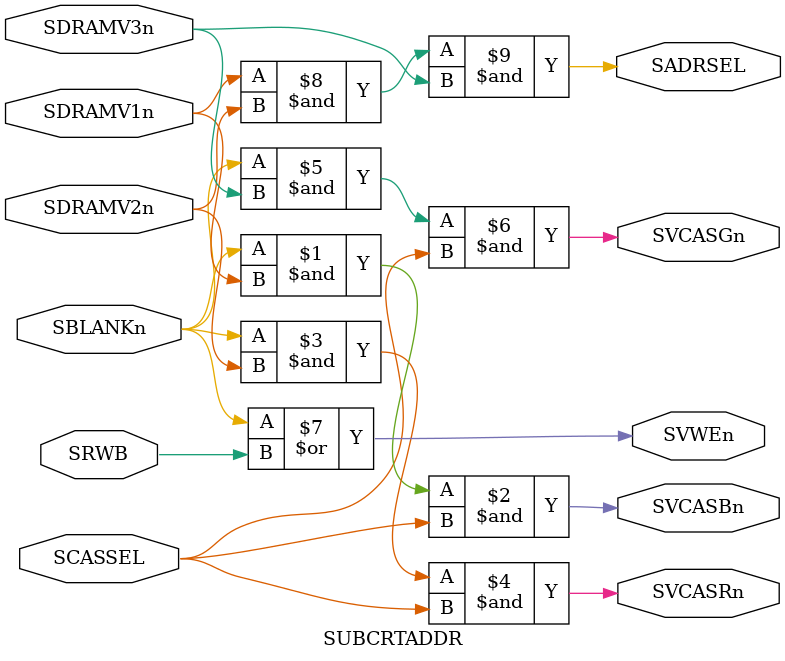
<source format=v>
module SUBCRTADDR(	// file.cleaned.mlir:2:3
  input  SDRAMV1n,	// file.cleaned.mlir:2:28
         SDRAMV2n,	// file.cleaned.mlir:2:47
         SDRAMV3n,	// file.cleaned.mlir:2:66
         SBLANKn,	// file.cleaned.mlir:2:85
         SCASSEL,	// file.cleaned.mlir:2:103
         SRWB,	// file.cleaned.mlir:2:121
  output SVCASBn,	// file.cleaned.mlir:2:137
         SVCASRn,	// file.cleaned.mlir:2:155
         SVCASGn,	// file.cleaned.mlir:2:173
         SVWEn,	// file.cleaned.mlir:2:191
         SADRSEL	// file.cleaned.mlir:2:207
);

  assign SVCASBn = SBLANKn & SDRAMV1n & SCASSEL;	// file.cleaned.mlir:3:10, :8:5
  assign SVCASRn = SBLANKn & SDRAMV2n & SCASSEL;	// file.cleaned.mlir:4:10, :8:5
  assign SVCASGn = SBLANKn & SDRAMV3n & SCASSEL;	// file.cleaned.mlir:5:10, :8:5
  assign SVWEn = SBLANKn | SRWB;	// file.cleaned.mlir:6:10, :8:5
  assign SADRSEL = SDRAMV1n & SDRAMV2n & SDRAMV3n;	// file.cleaned.mlir:7:10, :8:5
endmodule


</source>
